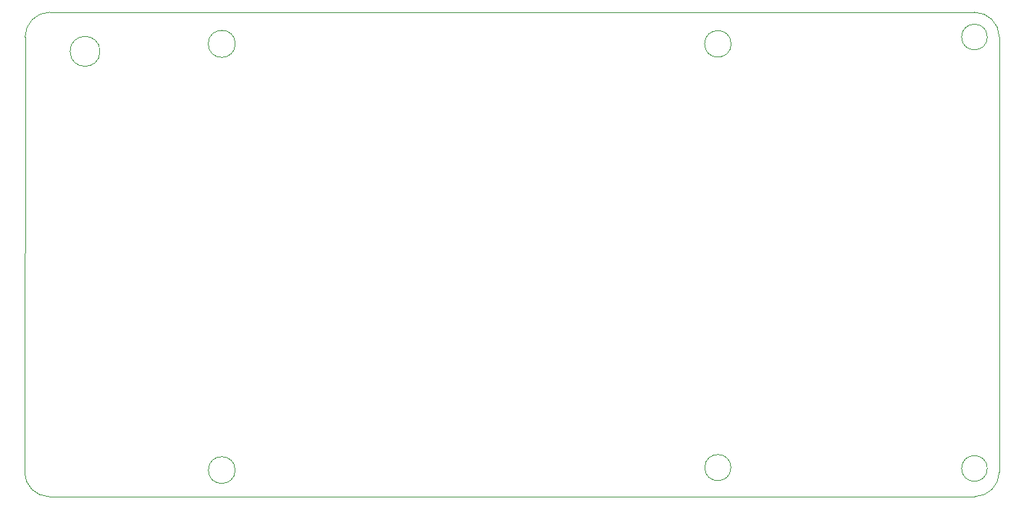
<source format=gbr>
%TF.GenerationSoftware,KiCad,Pcbnew,8.0.4*%
%TF.CreationDate,2024-10-06T11:56:08+02:00*%
%TF.ProjectId,ProbeBoardPublicV5,50726f62-6542-46f6-9172-645075626c69,5.1*%
%TF.SameCoordinates,Original*%
%TF.FileFunction,Profile,NP*%
%FSLAX46Y46*%
G04 Gerber Fmt 4.6, Leading zero omitted, Abs format (unit mm)*
G04 Created by KiCad (PCBNEW 8.0.4) date 2024-10-06 11:56:08*
%MOMM*%
%LPD*%
G01*
G04 APERTURE LIST*
%TA.AperFunction,Profile*%
%ADD10C,0.050000*%
%TD*%
G04 APERTURE END LIST*
D10*
X98515410Y-74745410D02*
X98465410Y-125595410D01*
X209515410Y-71845410D02*
G75*
G02*
X212415390Y-74745410I-10J-2899990D01*
G01*
X121615354Y-128493745D02*
X179515410Y-128495410D01*
X211015410Y-74745410D02*
G75*
G02*
X208015410Y-74745410I-1500000J0D01*
G01*
X208015410Y-74745410D02*
G75*
G02*
X211015410Y-74745410I1500000J0D01*
G01*
X101365410Y-128495410D02*
G75*
G02*
X98465390Y-125595410I-10J2900010D01*
G01*
X101415410Y-71845410D02*
X209515410Y-71845410D01*
X212415410Y-125595410D02*
G75*
G02*
X209515410Y-128495410I-2900010J10D01*
G01*
X115565410Y-128495410D02*
X121615354Y-128493745D01*
X212415410Y-125195410D02*
X212415410Y-74745410D01*
X123080658Y-125386660D02*
G75*
G02*
X119950162Y-125386660I-1565248J0D01*
G01*
X119950162Y-125386660D02*
G75*
G02*
X123080658Y-125386660I1565248J0D01*
G01*
X181067827Y-75545410D02*
G75*
G02*
X177962993Y-75545410I-1552417J0D01*
G01*
X177962993Y-75545410D02*
G75*
G02*
X181067827Y-75545410I1552417J0D01*
G01*
X212415410Y-125195410D02*
X212415410Y-125595410D01*
X123096549Y-75545410D02*
G75*
G02*
X119934271Y-75545410I-1581139J0D01*
G01*
X119934271Y-75545410D02*
G75*
G02*
X123096549Y-75545410I1581139J0D01*
G01*
X179515410Y-128495410D02*
X209515410Y-128495410D01*
X211015410Y-125195410D02*
G75*
G02*
X208015410Y-125195410I-1500000J0D01*
G01*
X208015410Y-125195410D02*
G75*
G02*
X211015410Y-125195410I1500000J0D01*
G01*
X107280000Y-76425000D02*
G75*
G02*
X103780000Y-76425000I-1750000J0D01*
G01*
X103780000Y-76425000D02*
G75*
G02*
X107280000Y-76425000I1750000J0D01*
G01*
X115565410Y-128495410D02*
X101365410Y-128495410D01*
X98515410Y-74745410D02*
G75*
G02*
X101415410Y-71845410I2899990J10D01*
G01*
X181041844Y-125095410D02*
G75*
G02*
X177988976Y-125095410I-1526434J0D01*
G01*
X177988976Y-125095410D02*
G75*
G02*
X181041844Y-125095410I1526434J0D01*
G01*
M02*

</source>
